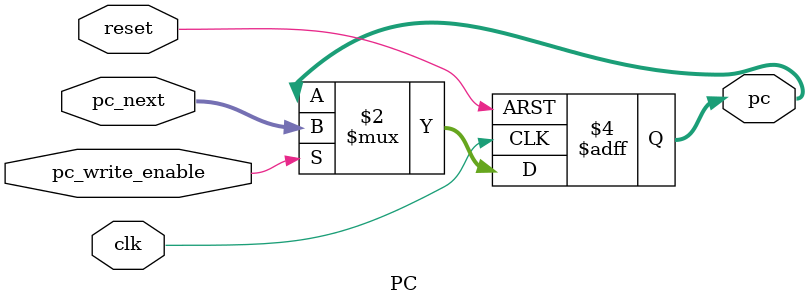
<source format=v>
module PC (
    input clk,
    input reset,
    input pc_write_enable,
    input [31:0] pc_next,
    output reg [31:0] pc
);

always @(posedge clk or posedge reset) begin
    if (reset) begin
        pc <= 32'b0;
    end else if (pc_write_enable) begin
        pc <= pc_next;
    end
end

endmodule

</source>
